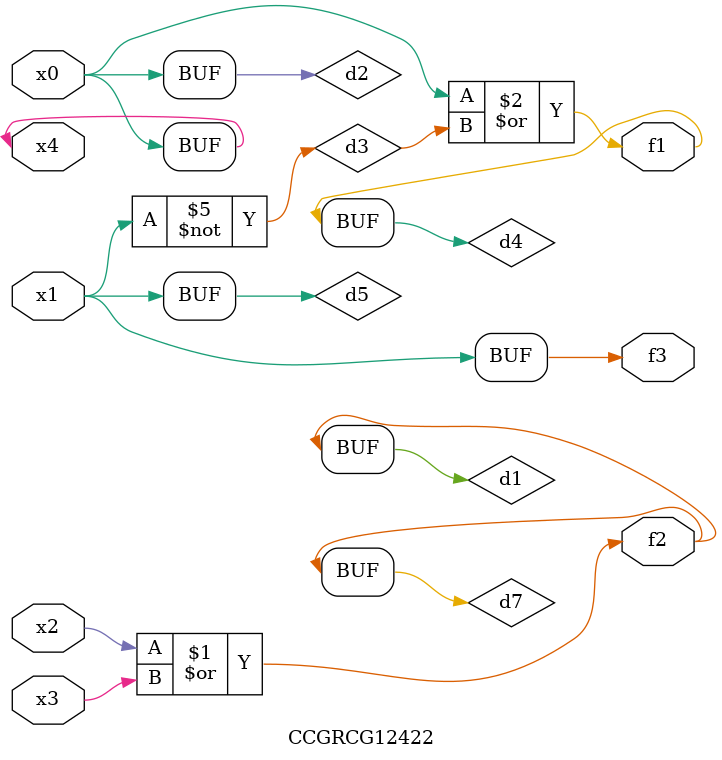
<source format=v>
module CCGRCG12422(
	input x0, x1, x2, x3, x4,
	output f1, f2, f3
);

	wire d1, d2, d3, d4, d5, d6, d7;

	or (d1, x2, x3);
	buf (d2, x0, x4);
	not (d3, x1);
	or (d4, d2, d3);
	not (d5, d3);
	nand (d6, d1, d3);
	or (d7, d1);
	assign f1 = d4;
	assign f2 = d7;
	assign f3 = d5;
endmodule

</source>
